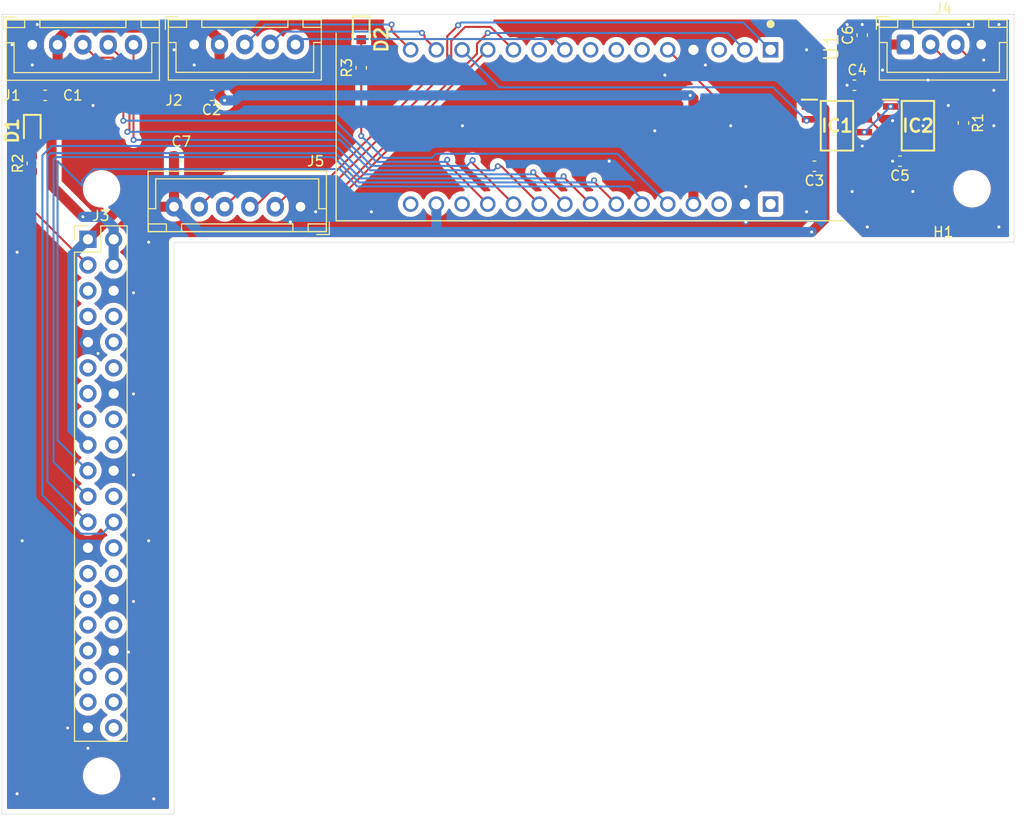
<source format=kicad_pcb>
(kicad_pcb (version 20240108) (generator "pcbnew") (generator_version "8.0")
  (layers (0 "F.Cu" signal) (31 "B.Cu" signal) (34 "B.Paste" user) (35 "F.Paste" user) (36 "B.SilkS" user "B.Silkscreen") (37 "F.SilkS" user "F.Silkscreen") (38 "B.Mask" user) (39 "F.Mask" user) (44 "Edge.Cuts" user))
  (net 0 "")
  (net 1 "GND")
  (net 2 "+5V")
  (net 3 "+3.3V")
  (net 4 "enc_R_B")
  (net 5 "+5VP")
  (net 6 "GNDPWR")
  (net 7 "CAN_RX_PWR")
  (net 8 "CAN_RX")
  (net 9 "enc_R_Z")
  (net 10 "CAN_TX_PWR")
  (net 11 "enc_L_B")
  (net 12 "CAN_TX")
  (net 13 "enc_L_A")
  (net 14 "enc_R_A")
  (net 15 "enc_L_Z")
  (net 16 "STATE_LED")
  (net 18 "/CAN_L")
  (net 19 "/CAN_H")
  (net 26 "SPI0_MISO")
  (net 34 "SPI0_SCK")
  (net 36 "SPI0_CS0")
  (net 38 "Net-(D1-A)")
  (net 39 "SPI0_MOSI")
  (net 42 "JETSON_STATE_LED")
  (net 49 "PWM_L")
  (net 50 "DIR_R")
  (net 51 "DIR_L")
  (net 52 "PWM_R")
  (net 53 "Net-(D2-A)")
  (footprint "MDC:LEDC1608X90N" (layer "F.Cu") (at 53 61.475 -90)
    (property "Reference" "D1" (at 0.025 2 90) (layer "F.SilkS") (effects (font (size 1.27 1.27) (thickness 0.254))))
    (property "Value" "STATE" (hide yes))
    (pad "1" smd rect (at -0.75 0 270) (size 0.9 0.95) (layers "F.Cu" "F.Paste" "F.Mask") (net 1 "GND"))
    (pad "2" smd rect (at 0.75 0 270) (size 0.9 0.95) (layers "F.Cu" "F.Paste" "F.Mask") (net 38 "Net-(D1-A)"))
  )
  (footprint "Capacitor_SMD:C_0603_1608Metric" (layer "F.Cu") (at 53 64.725 90)
    (property "Reference" "R2" (at 0 -1.43 -90) (layer "F.SilkS"))
    (property "Value" "120")
    (pad "1" smd roundrect (at -0.775 0 90) (size 0.9 0.95) (layers "F.Cu" "F.Paste" "F.Mask") (net 42 "JETSON_STATE_LED"))
    (pad "2" smd roundrect (at 0.775 0 90) (size 0.9 0.95) (layers "F.Cu" "F.Paste" "F.Mask") (net 38 "Net-(D1-A)"))
  )
  (footprint "Capacitor_SMD:C_0603_1608Metric" (layer "F.Cu") (at 67.725 64)
    (property "Reference" "C7" (at 0 -1.43 0) (layer "F.SilkS"))
    (property "Value" "10u")
    (pad "1" smd roundrect (at -0.775 0) (size 0.9 0.95) (layers "F.Cu" "F.Paste" "F.Mask") (net 3 "+3.3V"))
    (pad "2" smd roundrect (at 0.775 0) (size 0.9 0.95) (layers "F.Cu" "F.Paste" "F.Mask") (net 1 "GND"))
  )
  (footprint "Capacitor_SMD:C_0603_1608Metric" (layer "F.Cu") (at 70.725 58 180)
    (property "Reference" "C2" (at 0 -1.43 180) (layer "F.SilkS"))
    (property "Value" "10u")
    (pad "1" smd roundrect (at -0.775 0 180) (size 0.9 0.95) (layers "F.Cu" "F.Paste" "F.Mask") (net 2 "+5V"))
    (pad "2" smd roundrect (at 0.775 0 180) (size 0.9 0.95) (layers "F.Cu" "F.Paste" "F.Mask") (net 1 "GND"))
  )
  (footprint "MDC:LEDC1608X90N" (layer "F.Cu") (at 85.5 51.75 -90)
    (property "Reference" "D2" (at 0.75 -2 90) (layer "F.SilkS") (effects (font (size 1.27 1.27) (thickness 0.254))))
    (property "Value" "STATE" (hide yes))
    (pad "1" smd rect (at -0.75 0 270) (size 0.9 0.95) (layers "F.Cu" "F.Paste" "F.Mask") (net 1 "GND"))
    (pad "2" smd rect (at 0.75 0 270) (size 0.9 0.95) (layers "F.Cu" "F.Paste" "F.Mask") (net 53 "Net-(D2-A)"))
  )
  (footprint "MountingHole:MountingHole_3.2mm_M3" (layer "F.Cu") (at 145.85 67.23)
    (property "Reference" "H1" (at -2.85 4.27 0) (layer "F.SilkS"))
    (property "Value" "MountingHole")
    (pad "" np_thru_hole circle (at 0 0) (size 3.2 3.2) (drill 3.2) (layers "*.Cu" "*.Mask"))
  )
  (footprint "Capacitor_SMD:C_0603_1608Metric" (layer "F.Cu") (at 138.725 64.5 180)
    (property "Reference" "C5" (at 0 -1.43 180) (layer "F.SilkS"))
    (property "Value" "0.1u")
    (pad "1" smd roundrect (at -0.775 0 180) (size 0.9 0.95) (layers "F.Cu" "F.Paste" "F.Mask") (net 5 "+5VP"))
    (pad "2" smd roundrect (at 0.775 0 180) (size 0.9 0.95) (layers "F.Cu" "F.Paste" "F.Mask") (net 6 "GNDPWR"))
  )
  (footprint "MDC:ADUM121N1BRZ" (layer "F.Cu") (at 132.5 61)
    (property "Reference" "IC1" (at 0 0 0) (layer "F.SilkS") (effects (font (size 1.27 1.27) (thickness 0.254))))
    (property "Value" "ADUM121N1BRZ" (hide yes))
    (pad "1" smd rect (at -2.712 -1.905 90) (size 0.65 1.525) (layers "F.Cu" "F.Paste" "F.Mask") (net 3 "+3.3V"))
    (pad "2" smd rect (at -2.712 -0.635 90) (size 0.65 1.525) (layers "F.Cu" "F.Paste" "F.Mask") (net 8 "CAN_RX"))
    (pad "3" smd rect (at -2.712 0.635 90) (size 0.65 1.525) (layers "F.Cu" "F.Paste" "F.Mask") (net 12 "CAN_TX"))
    (pad "4" smd rect (at -2.712 1.905 90) (size 0.65 1.525) (layers "F.Cu" "F.Paste" "F.Mask") (net 1 "GND"))
    (pad "5" smd rect (at 2.712 1.905 90) (size 0.65 1.525) (layers "F.Cu" "F.Paste" "F.Mask") (net 6 "GNDPWR"))
    (pad "6" smd rect (at 2.712 0.635 90) (size 0.65 1.525) (layers "F.Cu" "F.Paste" "F.Mask") (net 10 "CAN_TX_PWR"))
    (pad "7" smd rect (at 2.712 -0.635 90) (size 0.65 1.525) (layers "F.Cu" "F.Paste" "F.Mask") (net 7 "CAN_RX_PWR"))
    (pad "8" smd rect (at 2.712 -1.905 90) (size 0.65 1.525) (layers "F.Cu" "F.Paste" "F.Mask") (net 5 "+5VP"))
  )
  (footprint "Capacitor_SMD:C_0603_1608Metric" (layer "F.Cu") (at 135 52.05 90)
    (property "Reference" "C6" (at 0 -1.43 90) (layer "F.SilkS"))
    (property "Value" "10u")
    (pad "1" smd roundrect (at -0.775 0 90) (size 0.9 0.95) (layers "F.Cu" "F.Paste" "F.Mask") (net 5 "+5VP"))
    (pad "2" smd roundrect (at 0.775 0 90) (size 0.9 0.95) (layers "F.Cu" "F.Paste" "F.Mask") (net 6 "GNDPWR"))
  )
  (footprint "Capacitor_SMD:C_0603_1608Metric" (layer "F.Cu") (at 145 60.725 -90)
    (property "Reference" "R1" (at 0 -1.43 90) (layer "F.SilkS"))
    (property "Value" "120")
    (pad "1" smd roundrect (at -0.775 0 270) (size 0.9 0.95) (layers "F.Cu" "F.Paste" "F.Mask") (net 19 "/CAN_H"))
    (pad "2" smd roundrect (at 0.775 0 270) (size 0.9 0.95) (layers "F.Cu" "F.Paste" "F.Mask") (net 18 "/CAN_L"))
  )
  (footprint "Capacitor_SMD:C_0603_1608Metric" (layer "F.Cu") (at 85.5 55.275 90)
    (property "Reference" "R3" (at 0 -1.43 -90) (layer "F.SilkS"))
    (property "Value" "120")
    (pad "1" smd roundrect (at -0.775 0 90) (size 0.9 0.95) (layers "F.Cu" "F.Paste" "F.Mask") (net 16 "STATE_LED"))
    (pad "2" smd roundrect (at 0.775 0 90) (size 0.9 0.95) (layers "F.Cu" "F.Paste" "F.Mask") (net 53 "Net-(D2-A)"))
  )
  (footprint "Connector_JST:JST_XH_B5B-XH-A_1x05_P2.50mm_Vertical" (layer "F.Cu") (at 69 52.975)
    (property "Reference" "J2" (at -2 5.525 0) (layer "F.SilkS"))
    (property "Value" "ENC_R")
    (pad "1" thru_hole roundrect (at 0 0) (size 1.7 1.95) (drill 0.95) (layers "*.Cu" "*.Mask") (roundrect_rratio 0.147059) (net 1 "GND"))
    (pad "2" thru_hole oval (at 2.5 0) (size 1.7 1.95) (drill 0.95) (layers "*.Cu" "*.Mask") (net 2 "+5V"))
    (pad "3" thru_hole oval (at 5 0) (size 1.7 1.95) (drill 0.95) (layers "*.Cu" "*.Mask") (net 14 "enc_R_A"))
    (pad "4" thru_hole oval (at 7.5 0) (size 1.7 1.95) (drill 0.95) (layers "*.Cu" "*.Mask") (net 4 "enc_R_B"))
    (pad "5" thru_hole oval (at 10 0) (size 1.7 1.95) (drill 0.95) (layers "*.Cu" "*.Mask") (net 9 "enc_R_Z"))
  )
  (footprint "MDC:SOIC127P600X175-8N" (layer "F.Cu") (at 140.5 61)
    (property "Reference" "IC2" (at 0 0 0) (layer "F.SilkS") (effects (font (size 1.27 1.27) (thickness 0.254))))
    (property "Value" "MCP2551-E_SN" (hide yes))
    (pad "1" smd rect (at -2.7 -1.905 90) (size 0.65 1.5) (layers "F.Cu" "F.Paste" "F.Mask") (net 10 "CAN_TX_PWR"))
    (pad "2" smd rect (at -2.7 -0.635 90) (size 0.65 1.5) (layers "F.Cu" "F.Paste" "F.Mask") (net 6 "GNDPWR"))
    (pad "3" smd rect (at -2.7 0.635 90) (size 0.65 1.5) (layers "F.Cu" "F.Paste" "F.Mask") (net 5 "+5VP"))
    (pad "4" smd rect (at -2.7 1.905 90) (size 0.65 1.5) (layers "F.Cu" "F.Paste" "F.Mask") (net 7 "CAN_RX_PWR"))
    (pad "5" smd rect (at 2.7 1.905 90) (size 0.65 1.5) (layers "F.Cu" "F.Paste" "F.Mask"))
    (pad "6" smd rect (at 2.7 0.635 90) (size 0.65 1.5) (layers "F.Cu" "F.Paste" "F.Mask") (net 18 "/CAN_L"))
    (pad "7" smd rect (at 2.7 -0.635 90) (size 0.65 1.5) (layers "F.Cu" "F.Paste" "F.Mask") (net 19 "/CAN_H"))
    (pad "8" smd rect (at 2.7 -1.905 90) (size 0.65 1.5) (layers "F.Cu" "F.Paste" "F.Mask") (net 6 "GNDPWR"))
  )
  (footprint "MDC:NUCLEO-F303K8" (layer "F.Cu") (at 108.16 61.12 -90)
    (property "Reference" "U1" (at -7.88 -23.78 90) (layer "F.SilkS") (effects (font (size 1.402378 1.402378))))
    (property "Value" "NUCLEO-F303K8")
    (pad "3_1" thru_hole rect (at -7.62 -17.78 270) (size 1.53 1.53) (drill 1.02) (layers "*.Cu" "*.Mask") (net 49 "PWM_L"))
    (pad "3_2" thru_hole circle (at -7.62 -15.24 270) (size 1.53 1.53) (drill 1.02) (layers "*.Cu" "*.Mask") (net 52 "PWM_R"))
    (pad "3_3" thru_hole circle (at -7.62 -12.7 270) (size 1.53 1.53) (drill 1.02) (layers "*.Cu" "*.Mask"))
    (pad "3_4" thru_hole circle (at -7.62 -10.16 270) (size 1.53 1.53) (drill 1.02) (layers "*.Cu" "*.Mask") (net 1 "GND"))
    (pad "3_5" thru_hole circle (at -7.62 -7.62 270) (size 1.53 1.53) (drill 1.02) (layers "*.Cu" "*.Mask") (net 12 "CAN_TX"))
    (pad "3_6" thru_hole circle (at -7.62 -5.08 270) (size 1.53 1.53) (drill 1.02) (layers "*.Cu" "*.Mask"))
    (pad "3_7" thru_hole circle (at -7.62 -2.54 270) (size 1.53 1.53) (drill 1.02) (layers "*.Cu" "*.Mask"))
    (pad "3_8" thru_hole circle (at -7.62 0 270) (size 1.53 1.53) (drill 1.02) (layers "*.Cu" "*.Mask"))
    (pad "3_9" thru_hole circle (at -7.62 2.54 270) (size 1.53 1.53) (drill 1.02) (layers "*.Cu" "*.Mask") (net 9 "enc_R_Z"))
    (pad "3_10" thru_hole circle (at -7.62 5.08 270) (size 1.53 1.53) (drill 1.02) (layers "*.Cu" "*.Mask"))
    (pad "3_11" thru_hole circle (at -7.62 7.62 270) (size 1.53 1.53) (drill 1.02) (layers "*.Cu" "*.Mask") (net 51 "DIR_L"))
    (pad "3_12" thru_hole circle (at -7.62 10.16 270) (size 1.53 1.53) (drill 1.02) (layers "*.Cu" "*.Mask") (net 50 "DIR_R"))
    (pad "3_13" thru_hole circle (at -7.62 12.7 270) (size 1.53 1.53) (drill 1.02) (layers "*.Cu" "*.Mask") (net 8 "CAN_RX"))
    (pad "3_14" thru_hole circle (at -7.62 15.24 270) (size 1.53 1.53) (drill 1.02) (layers "*.Cu" "*.Mask") (net 4 "enc_R_B"))
    (pad "3_15" thru_hole circle (at -7.62 17.78 270) (size 1.53 1.53) (drill 1.02) (layers "*.Cu" "*.Mask") (net 14 "enc_R_A"))
    (pad "4_1" thru_hole rect (at 7.62 -17.78 270) (size 1.53 1.53) (drill 1.02) (layers "*.Cu" "*.Mask"))
    (pad "4_2" thru_hole circle (at 7.62 -15.24 270) (size 1.53 1.53) (drill 1.02) (layers "*.Cu" "*.Mask") (net 1 "GND"))
    (pad "4_3" thru_hole circle (at 7.62 -12.7 270) (size 1.53 1.53) (drill 1.02) (layers "*.Cu" "*.Mask"))
    (pad "4_4" thru_hole circle (at 7.62 -10.16 270) (size 1.53 1.53) (drill 1.02) (layers "*.Cu" "*.Mask") (net 2 "+5V"))
    (pad "4_5" thru_hole circle (at 7.62 -7.62 270) (size 1.53 1.53) (drill 1.02) (layers "*.Cu" "*.Mask") (net 16 "STATE_LED"))
    (pad "4_6" thru_hole circle (at 7.62 -5.08 270) (size 1.53 1.53) (drill 1.02) (layers "*.Cu" "*.Mask") (net 39 "SPI0_MOSI"))
    (pad "4_7" thru_hole circle (at 7.62 -2.54 270) (size 1.53 1.53) (drill 1.02) (layers "*.Cu" "*.Mask") (net 26 "SPI0_MISO"))
    (pad "4_8" thru_hole circle (at 7.62 0 270) (size 1.53 1.53) (drill 1.02) (layers "*.Cu" "*.Mask") (net 34 "SPI0_SCK"))
    (pad "4_9" thru_hole circle (at 7.62 2.54 270) (size 1.53 1.53) (drill 1.02) (layers "*.Cu" "*.Mask") (net 36 "SPI0_CS0"))
    (pad "4_10" thru_hole circle (at 7.62 5.08 270) (size 1.53 1.53) (drill 1.02) (layers "*.Cu" "*.Mask") (net 15 "enc_L_Z"))
    (pad "4_11" thru_hole circle (at 7.62 7.62 270) (size 1.53 1.53) (drill 1.02) (layers "*.Cu" "*.Mask") (net 11 "enc_L_B"))
    (pad "4_12" thru_hole circle (at 7.62 10.16 270) (size 1.53 1.53) (drill 1.02) (layers "*.Cu" "*.Mask") (net 13 "enc_L_A"))
    (pad "4_13" thru_hole circle (at 7.62 12.7 270) (size 1.53 1.53) (drill 1.02) (layers "*.Cu" "*.Mask"))
    (pad "4_14" thru_hole circle (at 7.62 15.24 270) (size 1.53 1.53) (drill 1.02) (layers "*.Cu" "*.Mask") (net 3 "+3.3V"))
    (pad "4_15" thru_hole circle (at 7.62 17.78 270) (size 1.53 1.53) (drill 1.02) (layers "*.Cu" "*.Mask"))
  )
  (footprint "Connector_PinHeader_2.54mm:PinHeader_2x20_P2.54mm_Vertical" (layer "F.Cu") (at 58.5 72.22)
    (property "Reference" "J3" (at 1.27 -2.33 0) (layer "F.SilkS"))
    (property "Value" "JetsonGPIO")
    (pad "1" thru_hole rect (at 0 0) (size 1.7 1.7) (drill 1) (layers "*.Cu" "*.Mask") (net 3 "+3.3V"))
    (pad "2" thru_hole oval (at 2.54 0) (size 1.7 1.7) (drill 1) (layers "*.Cu" "*.Mask") (net 2 "+5V"))
    (pad "3" thru_hole oval (at 0 2.54) (size 1.7 1.7) (drill 1) (layers "*.Cu" "*.Mask") (net 42 "JETSON_STATE_LED"))
    (pad "4" thru_hole oval (at 2.54 2.54) (size 1.7 1.7) (drill 1) (layers "*.Cu" "*.Mask") (net 2 "+5V"))
    (pad "5" thru_hole oval (at 0 5.08) (size 1.7 1.7) (drill 1) (layers "*.Cu" "*.Mask"))
    (pad "6" thru_hole oval (at 2.54 5.08) (size 1.7 1.7) (drill 1) (layers "*.Cu" "*.Mask") (net 1 "GND"))
    (pad "7" thru_hole oval (at 0 7.62) (size 1.7 1.7) (drill 1) (layers "*.Cu" "*.Mask"))
    (pad "8" thru_hole oval (at 2.54 7.62) (size 1.7 1.7) (drill 1) (layers "*.Cu" "*.Mask"))
    (pad "9" thru_hole oval (at 0 10.16) (size 1.7 1.7) (drill 1) (layers "*.Cu" "*.Mask") (net 1 "GND"))
    (pad "10" thru_hole oval (at 2.54 10.16) (size 1.7 1.7) (drill 1) (layers "*.Cu" "*.Mask"))
    (pad "11" thru_hole oval (at 0 12.7) (size 1.7 1.7) (drill 1) (layers "*.Cu" "*.Mask"))
    (pad "12" thru_hole oval (at 2.54 12.7) (size 1.7 1.7) (drill 1) (layers "*.Cu" "*.Mask"))
    (pad "13" thru_hole oval (at 0 15.24) (size 1.7 1.7) (drill 1) (layers "*.Cu" "*.Mask"))
    (pad "14" thru_hole oval (at 2.54 15.24) (size 1.7 1.7) (drill 1) (layers "*.Cu" "*.Mask") (net 1 "GND"))
    (pad "15" thru_hole oval (at 0 17.78) (size 1.7 1.7) (drill 1) (layers "*.Cu" "*.Mask"))
    (pad "16" thru_hole oval (at 2.54 17.78) (size 1.7 1.7) (drill 1) (layers "*.Cu" "*.Mask"))
    (pad "17" thru_hole oval (at 0 20.32) (size 1.7 1.7) (drill 1) (layers "*.Cu" "*.Mask") (net 3 "+3.3V"))
    (pad "18" thru_hole oval (at 2.54 20.32) (size 1.7 1.7) (drill 1) (layers "*.Cu" "*.Mask"))
    (pad "19" thru_hole oval (at 0 22.86) (size 1.7 1.7) (drill 1) (layers "*.Cu" "*.Mask") (net 39 "SPI0_MOSI"))
    (pad "20" thru_hole oval (at 2.54 22.86) (size 1.7 1.7) (drill 1) (layers "*.Cu" "*.Mask") (net 1 "GND"))
    (pad "21" thru_hole oval (at 0 25.4) (size 1.7 1.7) (drill 1) (layers "*.Cu" "*.Mask") (net 26 "SPI0_MISO"))
    (pad "22" thru_hole oval (at 2.54 25.4) (size 1.7 1.7) (drill 1) (layers "*.Cu" "*.Mask"))
    (pad "23" thru_hole oval (at 0 27.94) (size 1.7 1.7) (drill 1) (layers "*.Cu" "*.Mask") (net 34 "SPI0_SCK"))
    (pad "24" thru_hole oval (at 2.54 27.94) (size 1.7 1.7) (drill 1) (layers "*.Cu" "*.Mask") (net 36 "SPI0_CS0"))
    (pad "25" thru_hole oval (at 0 30.48) (size 1.7 1.7) (drill 1) (layers "*.Cu" "*.Mask") (net 1 "GND"))
    (pad "26" thru_hole oval (at 2.54 30.48) (size 1.7 1.7) (drill 1) (layers "*.Cu" "*.Mask"))
    (pad "27" thru_hole oval (at 0 33.02) (size 1.7 1.7) (drill 1) (layers "*.Cu" "*.Mask"))
    (pad "28" thru_hole oval (at 2.54 33.02) (size 1.7 1.7) (drill 1) (layers "*.Cu" "*.Mask"))
    (pad "29" thru_hole oval (at 0 35.56) (size 1.7 1.7) (drill 1) (layers "*.Cu" "*.Mask"))
    (pad "30" thru_hole oval (at 2.54 35.56) (size 1.7 1.7) (drill 1) (layers "*.Cu" "*.Mask") (net 1 "GND"))
    (pad "31" thru_hole oval (at 0 38.1) (size 1.7 1.7) (drill 1) (layers "*.Cu" "*.Mask"))
    (pad "32" thru_hole oval (at 2.54 38.1) (size 1.7 1.7) (drill 1) (layers "*.Cu" "*.Mask"))
    (pad "33" thru_hole oval (at 0 40.64) (size 1.7 1.7) (drill 1) (layers "*.Cu" "*.Mask"))
    (pad "34" thru_hole oval (at 2.54 40.64) (size 1.7 1.7) (drill 1) (layers "*.Cu" "*.Mask") (net 1 "GND"))
    (pad "35" thru_hole oval (at 0 43.18) (size 1.7 1.7) (drill 1) (layers "*.Cu" "*.Mask"))
    (pad "36" thru_hole oval (at 2.54 43.18) (size 1.7 1.7) (drill 1) (layers "*.Cu" "*.Mask"))
    (pad "37" thru_hole oval (at 0 45.72) (size 1.7 1.7) (drill 1) (layers "*.Cu" "*.Mask"))
    (pad "38" thru_hole oval (at 2.54 45.72) (size 1.7 1.7) (drill 1) (layers "*.Cu" "*.Mask"))
    (pad "39" thru_hole oval (at 0 48.26) (size 1.7 1.7) (drill 1) (layers "*.Cu" "*.Mask") (net 1 "GND"))
    (pad "40" thru_hole oval (at 2.54 48.26) (size 1.7 1.7) (drill 1) (layers "*.Cu" "*.Mask"))
  )
  (footprint "Connector_JST:JST_XH_B4B-XH-A_1x04_P2.50mm_Vertical" (layer "F.Cu") (at 139.25 52.975)
    (property "Reference" "J4" (at 3.75 -3.55 0) (layer "F.SilkS"))
    (property "Value" "Conn_01x04")
    (pad "1" thru_hole roundrect (at 0 0) (size 1.7 1.95) (drill 0.95) (layers "*.Cu" "*.Mask") (roundrect_rratio 0.147059) (net 5 "+5VP"))
    (pad "2" thru_hole oval (at 2.5 0) (size 1.7 1.95) (drill 0.95) (layers "*.Cu" "*.Mask") (net 19 "/CAN_H"))
    (pad "3" thru_hole oval (at 5 0) (size 1.7 1.95) (drill 0.95) (layers "*.Cu" "*.Mask") (net 18 "/CAN_L"))
    (pad "4" thru_hole oval (at 7.5 0) (size 1.7 1.95) (drill 0.95) (layers "*.Cu" "*.Mask") (net 6 "GNDPWR"))
  )
  (footprint "Connector_JST:JST_XH_B5B-XH-A_1x05_P2.50mm_Vertical" (layer "F.Cu") (at 53 53)
    (property "Reference" "J1" (at -2 5 0) (layer "F.SilkS"))
    (property "Value" "ENC_L")
    (pad "1" thru_hole roundrect (at 0 0) (size 1.7 1.95) (drill 0.95) (layers "*.Cu" "*.Mask") (roundrect_rratio 0.147059) (net 1 "GND"))
    (pad "2" thru_hole oval (at 2.5 0) (size 1.7 1.95) (drill 0.95) (layers "*.Cu" "*.Mask") (net 2 "+5V"))
    (pad "3" thru_hole oval (at 5 0) (size 1.7 1.95) (drill 0.95) (layers "*.Cu" "*.Mask") (net 13 "enc_L_A"))
    (pad "4" thru_hole oval (at 7.5 0) (size 1.7 1.95) (drill 0.95) (layers "*.Cu" "*.Mask") (net 11 "enc_L_B"))
    (pad "5" thru_hole oval (at 10 0) (size 1.7 1.95) (drill 0.95) (layers "*.Cu" "*.Mask") (net 15 "enc_L_Z"))
  )
  (footprint "MountingHole:MountingHole_3.2mm_M3" (layer "F.Cu") (at 59.85 67.23)
    (property "Reference" "H2" (hide yes))
    (property "Value" "MountingHole" (hide yes))
    (pad "" np_thru_hole circle (at 0 0) (size 3.2 3.2) (drill 3.2) (layers "*.Cu" "*.Mask"))
  )
  (footprint "Capacitor_SMD:C_0603_1608Metric" (layer "F.Cu") (at 134.225 57 180)
    (property "Reference" "C4" (at -0.275 1.5 180) (layer "F.SilkS"))
    (property "Value" "0.1u")
    (pad "1" smd roundrect (at -0.775 0 180) (size 0.9 0.95) (layers "F.Cu" "F.Paste" "F.Mask") (net 5 "+5VP"))
    (pad "2" smd roundrect (at 0.775 0 180) (size 0.9 0.95) (layers "F.Cu" "F.Paste" "F.Mask") (net 6 "GNDPWR"))
  )
  (footprint "Capacitor_SMD:C_0603_1608Metric" (layer "F.Cu") (at 130.275 65 180)
    (property "Reference" "C3" (at 0 -1.43 180) (layer "F.SilkS"))
    (property "Value" "0.1u")
    (pad "1" smd roundrect (at -0.775 0 180) (size 0.9 0.95) (layers "F.Cu" "F.Paste" "F.Mask") (net 3 "+3.3V"))
    (pad "2" smd roundrect (at 0.775 0 180) (size 0.9 0.95) (layers "F.Cu" "F.Paste" "F.Mask") (net 1 "GND"))
  )
  (footprint "Connector_JST:JST_XH_B6B-XH-A_1x06_P2.50mm_Vertical" (layer "F.Cu") (at 79.5 69 180)
    (property "Reference" "J5" (at -1.5 4.5 180) (layer "F.SilkS"))
    (property "Value" "MD")
    (pad "1" thru_hole roundrect (at 0 0 180) (size 1.7 1.95) (drill 0.95) (layers "*.Cu" "*.Mask") (roundrect_rratio 0.147059) (net 1 "GND"))
    (pad "2" thru_hole oval (at 2.5 0 180) (size 1.7 1.95) (drill 0.95) (layers "*.Cu" "*.Mask") (net 50 "DIR_R"))
    (pad "3" thru_hole oval (at 5 0 180) (size 1.7 1.95) (drill 0.95) (layers "*.Cu" "*.Mask") (net 52 "PWM_R"))
    (pad "4" thru_hole oval (at 7.5 0 180) (size 1.7 1.95) (drill 0.95) (layers "*.Cu" "*.Mask") (net 51 "DIR_L"))
    (pad "5" thru_hole oval (at 10 0 180) (size 1.7 1.95) (drill 0.95) (layers "*.Cu" "*.Mask") (net 49 "PWM_L"))
    (pad "6" thru_hole oval (at 12.5 0 180) (size 1.7 1.95) (drill 0.95) (layers "*.Cu" "*.Mask") (net 3 "+3.3V"))
  )
  (footprint "Capacitor_SMD:C_0603_1608Metric" (layer "F.Cu") (at 54.275 58 180)
    (property "Reference" "C1" (at -2.725 0 180) (layer "F.SilkS"))
    (property "Value" "10u")
    (pad "1" smd roundrect (at -0.775 0 180) (size 0.9 0.95) (layers "F.Cu" "F.Paste" "F.Mask") (net 2 "+5V"))
    (pad "2" smd roundrect (at 0.775 0 180) (size 0.9 0.95) (layers "F.Cu" "F.Paste" "F.Mask") (net 1 "GND"))
  )
  (footprint "MountingHole:MountingHole_3.2mm_M3" (layer "F.Cu") (at 59.85 125.23)
    (property "Reference" "H3" (hide yes))
    (property "Value" "MountingHole")
    (pad "" np_thru_hole circle (at 0 0) (size 3.2 3.2) (drill 3.2) (layers "*.Cu" "*.Mask"))
  )
  (gr_line (start 50 129) (end 67 129) (stroke (width 0.05)) (layer "Edge.Cuts"))
  (gr_line (start 50 50) (end 50 129) (stroke (width 0.05)) (layer "Edge.Cuts"))
  (gr_line (start 150 72.5) (end 67 72.5) (stroke (width 0.05)) (layer "Edge.Cuts"))
  (gr_line (start 50 50) (end 150 50) (stroke (width 0.05)) (layer "Edge.Cuts"))
  (gr_line (start 150 50) (end 150 72.5) (stroke (width 0.05)) (layer "Edge.Cuts"))
  (gr_line (start 67 72.5) (end 67 129) (stroke (width 0.05)) (layer "Edge.Cuts"))
  (via (at 64.5 102) (size 0.6) (drill 0.3) (layers "F.Cu" "B.Cu") (net 1))
  (via (at 129.5 53.5) (size 0.6) (drill 0.3) (layers "F.Cu" "B.Cu") (net 1))
  (via (at 51.5 73.5) (size 0.6) (drill 0.3) (layers "F.Cu" "B.Cu") (net 1))
  (via (at 53.5 51) (size 0.6) (drill 0.3) (layers "F.Cu" "B.Cu") (net 1))
  (via (at 59 59) (size 0.6) (drill 0.3) (layers "F.Cu" "B.Cu") (net 1))
  (via (at 52 102) (size 0.6) (drill 0.3) (layers "F.Cu" "B.Cu") (net 1))
  (via (at 58.5 122.5) (size 0.6) (drill 0.3) (layers "F.Cu" "B.Cu") (net 1))
  (via (at 51.5 127) (size 0.6) (drill 0.3) (layers "F.Cu" "B.Cu") (net 1))
  (via (at 122 61) (size 0.6) (drill 0.3) (layers "F.Cu" "B.Cu") (net 1))
  (via (at 63 108) (size 0.6) (drill 0.3) (layers "F.Cu" "B.Cu") (net 1))
  (via (at 63 95.5) (size 0.6) (drill 0.3) (layers "F.Cu" "B.Cu") (net 1))
  (via (at 129.5 69.5) (size 0.6) (drill 0.3) (layers "F.Cu" "B.Cu") (net 1))
  (via (at 62.5 113) (size 0.6) (drill 0.3) (layers "F.Cu" "B.Cu") (net 1))
  (via (at 63 87.5) (size 0.6) (drill 0.3) (layers "F.Cu" "B.Cu") (net 1))
  (via (at 51 53) (size 0.6) (drill 0.3) (layers "F.Cu" "B.Cu") (net 1))
  (via (at 65 127.5) (size 0.6) (drill 0.3) (layers "F.Cu" "B.Cu") (net 1))
  (via (at 95.5 61) (size 0.6) (drill 0.3) (layers "F.Cu" "B.Cu") (net 1))
  (via (at 63 77.5) (size 0.6) (drill 0.3) (layers "F.Cu" "B.Cu") (net 1))
  (via (at 53 55) (size 0.6) (drill 0.3) (layers "F.Cu" "B.Cu") (net 1))
  (via (at 64.5 72.5) (size 0.6) (drill 0.3) (layers "F.Cu" "B.Cu") (net 1))
  (via (at 110 64.5) (size 0.6) (drill 0.3) (layers "F.Cu" "B.Cu") (net 1))
  (via (at 114.5 61.5) (size 0.6) (drill 0.3) (layers "F.Cu" "B.Cu") (net 1))
  (via (at 86.5 69.5) (size 0.6) (drill 0.3) (layers "F.Cu" "B.Cu") (net 1))
  (via (at 67 53.5) (size 0.6) (drill 0.3) (layers "F.Cu" "B.Cu") (net 1))
  (via (at 56.5 120.5) (size 0.6) (drill 0.3) (layers "F.Cu" "B.Cu") (net 1))
  (via (at 115.5 56) (size 0.6) (drill 0.3) (layers "F.Cu" "B.Cu") (net 1))
  (via (at 123.5 70.5) (size 0.6) (drill 0.3) (layers "F.Cu" "B.Cu") (net 1))
  (via (at 123.5 67) (size 0.6) (drill 0.3) (layers "F.Cu" "B.Cu") (net 1))
  (via (at 81 69.5) (size 0.6) (drill 0.3) (layers "F.Cu" "B.Cu") (net 1))
  (via (at 78.5 70.5) (size 0.6) (drill 0.3) (layers "F.Cu" "B.Cu") (net 1))
  (via (at 69 55) (size 0.6) (drill 0.3) (layers "F.Cu" "B.Cu") (net 1))
  (via (at 119.5 55) (size 0.6) (drill 0.3) (layers "F.Cu" "B.Cu") (net 1))
  (via (at 59.5 83.5) (size 0.6) (drill 0.3) (layers "F.Cu" "B.Cu") (net 1))
  (segment (start 56.7 51.3) (end 70.3 51.3) (width 1) (layer "F.Cu") (net 2))
  (segment (start 55.5 53) (end 55.5 57.4) (width 1) (layer "F.Cu") (net 2))
  (segment (start 71.5 52.5) (end 71.5 52.975) (width 1) (layer "F.Cu") (net 2))
  (segment (start 55.5 57.4) (end 54.9 58) (width 1) (layer "F.Cu") (net 2))
  (segment (start 55.5 52.5) (end 56.7 51.3) (width 1) (layer "F.Cu") (net 2))
  (segment (start 70.3 51.3) (end 71.5 52.5) (width 1) (layer "F.Cu") (net 2))
  (segment (start 118.76 68.16) (end 118.76 68.74) (width 0.2) (layer "F.Cu") (net 2))
  (segment (start 118.32 58.32) (end 118 58) (width 1) (layer "F.Cu") (net 2))
  (segment (start 54.9 66.9) (end 58 70) (width 1) (layer "F.Cu") (net 2))
  (segment (start 54.9 58) (end 54.9 66.9) (width 1) (layer "F.Cu") (net 2))
  (segment (start 72 58.5) (end 71.5 58) (width 1) (layer "F.Cu") (net 2))
  (segment (start 71.5 58) (end 71.5 52.975) (width 1) (layer "F.Cu") (net 2))
  (segment (start 118.32 68.74) (end 118.32 58.32) (width 1) (layer "F.Cu") (net 2))
  (segment (start 55.5 53) (end 55.5 52.5) (width 1) (layer "F.Cu") (net 2))
  (via (at 118 58) (size 0.6) (drill 0.3) (layers "F.Cu" "B.Cu") (net 2))
  (via (at 58 70) (size 0.6) (drill 0.3) (layers "F.Cu" "B.Cu") (net 2))
  (via (at 72 58.5) (size 0.6) (drill 0.3) (layers "F.Cu" "B.Cu") (net 2))
  (segment (start 61.04 72.22) (end 61.04 74.76) (width 1) (layer "B.Cu") (net 2))
  (segment (start 60.022081 70) (end 61.04 71.017919) (width 1) (layer "B.Cu") (net 2))
  (segment (start 73.5 58) (end 118 58) (width 1) (layer "B.Cu") (net 2))
  (segment (start 58 70) (end 60.022081 70) (width 1) (layer "B.Cu") (net 2))
  (segment (start 61.04 71.017919) (end 61.04 72.22) (width 1) (layer "B.Cu") (net 2))
  (segment (start 72 58.5) (end 73 58.5) (width 1) (layer "B.Cu") (net 2))
  (segment (start 73 58.5) (end 73.5 58) (width 1) (layer "B.Cu") (net 2))
  (segment (start 61.72 69) (end 67 69) (width 1) (layer "F.Cu") (net 3))
  (segment (start 131.0055 59.095) (end 129.788 59.095) (width 1) (layer "F.Cu") (net 3))
  (segment (start 130 71.5) (end 131.2505 70.2495) (width 1) (layer "F.Cu") (net 3))
  (segment (start 131.2505 70.2495) (end 131.2505 59.34) (width 1) (layer "F.Cu") (net 3))
  (segment (start 131.2505 59.34) (end 131.0055 59.095) (width 1) (layer "F.Cu") (net 3))
  (segment (start 67 69) (end 67 64) (width 1) (layer "F.Cu") (net 3))
  (segment (start 58.5 72.22) (end 61.72 69) (width 1) (layer "F.Cu") (net 3))
  (via (at 130 71.5) (size 0.6) (drill 0.3) (layers "F.Cu" "B.Cu") (net 3))
  (segment (start 92.92 71.42) (end 93 71.5) (width 1) (layer "B.Cu") (net 3))
  (segment (start 67 69) (end 69.5 71.5) (width 1) (layer "B.Cu") (net 3))
  (segment (start 69.5 71.5) (end 93 71.5) (width 1) (layer "B.Cu") (net 3))
  (segment (start 93 71.5) (end 130 71.5) (width 1) (layer "B.Cu") (net 3))
  (segment (start 56.95 90.99) (end 58.5 92.54) (width 1) (layer "B.Cu") (net 3))
  (segment (start 58.5 72.22) (end 56.95 73.77) (width 1) (layer "B.Cu") (net 3))
  (segment (start 92.92 68.74) (end 92.92 71.42) (width 1) (layer "B.Cu") (net 3))
  (segment (start 56.95 73.77) (end 56.95 90.99) (width 1) (layer "B.Cu") (net 3))
  (segment (start 91.755 52.09) (end 91.755 52.335) (width 0.2) (layer "F.Cu") (net 4))
  (segment (start 91.755 52.335) (end 92.92 53.5) (width 0.2) (layer "F.Cu") (net 4))
  (segment (start 91.5 51.835) (end 91.755 52.09) (width 0.2) (layer "F.Cu") (net 4))
  (via (at 91.5 51.835) (size 0.6) (drill 0.3) (layers "F.Cu" "B.Cu") (net 4))
  (segment (start 91.5 51.835) (end 91.365 51.7) (width 0.2) (layer "B.Cu") (net 4))
  (segment (start 77.775 51.7) (end 76.5 52.975) (width 0.2) (layer "B.Cu") (net 4))
  (segment (start 91.365 51.7) (end 77.775 51.7) (width 0.2) (layer "B.Cu") (net 4))
  (segment (start 139.07 58.07) (end 139.25 58.25) (width 1) (layer "F.Cu") (net 5))
  (segment (start 139.25 61.25) (end 138.865 61.635) (width 1) (layer "F.Cu") (net 5))
  (segment (start 135.212 59.095) (end 136.237 58.07) (width 1) (layer "F.Cu") (net 5))
  (segment (start 139.25 58.25) (end 139.25 61.25) (width 1) (layer "F.Cu") (net 5))
  (segment (start 138.865 61.635) (end 137.8 61.635) (width 1) (layer "F.Cu") (net 5))
  (segment (start 139.5 62.13) (end 139.5 64.5) (width 1) (layer "F.Cu") (net 5))
  (segment (start 139.005 61.635) (end 139.5 62.13) (width 1) (layer "F.Cu") (net 5))
  (segment (start 136.237 58.07) (end 139.07 58.07) (width 1) (layer "F.Cu") (net 5))
  (segment (start 139.25 52.975) (end 135.025 52.975) (width 1) (layer "F.Cu") (net 5))
  (segment (start 135 53) (end 135 58.883) (width 1) (layer "F.Cu") (net 5))
  (segment (start 135 58.883) (end 135.212 59.095) (width 1) (layer "F.Cu") (net 5))
  (segment (start 137.8 61.635) (end 139.005 61.635) (width 1) (layer "F.Cu") (net 5))
  (segment (start 135.025 52.975) (end 135 53) (width 1) (layer "F.Cu") (net 5))
  (via (at 137 55.5) (size 0.6) (drill 0.3) (layers "F.Cu" "B.Cu") (net 6))
  (via (at 140 67.5) (size 0.6) (drill 0.3) (layers "F.Cu" "B.Cu") (net 6))
  (via (at 133.5 57) (size 0.6) (drill 0.3) (layers "F.Cu" "B.Cu") (net 6))
  (via (at 133.5 51) (size 0.6) (drill 0.3) (layers "F.Cu" "B.Cu") (net 6))
  (via (at 134 67.5) (size 0.6) (drill 0.3) (layers "F.Cu" "B.Cu") (net 6))
  (via (at 145.5 51) (size 0.6) (drill 0.3) (layers "F.Cu" "B.Cu") (net 6))
  (via (at 141.5 56.5) (size 0.6) (drill 0.3) (layers "F.Cu" "B.Cu") (net 6))
  (via (at 135 51) (size 0.6) (drill 0.3) (layers "F.Cu" "B.Cu") (net 6))
  (via (at 143.5 59) (size 0.6) (drill 0.3) (layers "F.Cu" "B.Cu") (net 6))
  (via (at 148 61) (size 0.6) (drill 0.3) (layers "F.Cu" "B.Cu") (net 6))
  (via (at 148.5 51) (size 0.6) (drill 0.3) (layers "F.Cu" "B.Cu") (net 6))
  (via (at 138 60.5) (size 0.6) (drill 0.3) (layers "F.Cu" "B.Cu") (net 6))
  (via (at 147 54.5) (size 0.6) (drill 0.3) (layers "F.Cu" "B.Cu") (net 6))
  (via (at 148 57.5) (size 0.6) (drill 0.3) (layers "F.Cu" "B.Cu") (net 6))
  (via (at 136.5 51) (size 0.6) (drill 0.3) (layers "F.Cu" "B.Cu") (net 6))
  (via (at 138 64.5) (size 0.6) (drill 0.3) (layers "F.Cu" "B.Cu") (net 6))
  (via (at 148.5 71) (size 0.6) (drill 0.3) (layers "F.Cu" "B.Cu") (net 6))
  (via (at 135.5 71) (size 0.6) (drill 0.3) (layers "F.Cu" "B.Cu") (net 6))
  (via (at 135 63) (size 0.6) (drill 0.3) (layers "F.Cu" "B.Cu") (net 6))
  (via (at 141 61) (size 0.6) (drill 0.3) (layers "F.Cu" "B.Cu") (net 6))
  (segment (start 137.405 62.905) (end 137.8 62.905) (width 0.2) (layer "F.Cu") (net 7))
  (segment (start 135.212 60.365) (end 135.6495 60.365) (width 0.2) (layer "F.Cu") (net 7))
  (segment (start 136.5 61.2155) (end 136.5 62) (width 0.2) (layer "F.Cu") (net 7))
  (segment (start 136.5 62) (end 137.405 62.905) (width 0.2) (layer "F.Cu") (net 7))
  (segment (start 135.6495 60.365) (end 136.5 61.2155) (width 0.2) (layer "F.Cu") (net 7))
  (via (at 129.5 60.5) (size 0.6) (drill 0.3) (layers "F.Cu" "B.Cu") (net 8))
  (segment (start 99.16 57.2) (end 126.2 57.2) (width 0.2) (layer "B.Cu") (net 8))
  (segment (start 126.2 57.2) (end 129.5 60.5) (width 0.2) (layer "B.Cu") (net 8))
  (segment (start 95.46 53.5) (end 99.16 57.2) (width 0.2) (layer "B.Cu") (net 8))
  (segment (start 79 52.975) (end 79.54 52.435) (width 0.2) (layer "B.Cu") (net 9))
  (segment (start 104.555 52.435) (end 105.62 53.5) (width 0.2) (layer "B.Cu") (net 9))
  (segment (start 79.54 52.435) (end 104.555 52.435) (width 0.2) (layer "B.Cu") (net 9))
  (via (at 137.8 59.095) (size 0.6) (drill 0.3) (layers "F.Cu" "B.Cu") (net 10))
  (via (at 135.212 61.635) (size 0.6) (drill 0.3) (layers "F.Cu" "B.Cu") (net 10))
  (segment (start 135.26 61.635) (end 135.212 61.635) (width 0.2) (layer "B.Cu") (net 10))
  (segment (start 137.8 59.095) (end 135.26 61.635) (width 0.2) (layer "B.Cu") (net 10))
  (segment (start 96.5 64.7) (end 100.54 68.74) (width 0.2) (layer "F.Cu") (net 11))
  (segment (start 62.6 56) (end 62.6 61.4) (width 0.2) (layer "F.Cu") (net 11))
  (segment (start 62.6 61.4) (end 62.4 61.6) (width 0.2) (layer "F.Cu") (net 11))
  (segment (start 96.5 64.4) (end 96.5 64.7) (width 0.2) (layer "F.Cu") (net 11))
  (segment (start 60.5 53) (end 62.6 55.1) (width 0.2) (layer "F.Cu") (net 11))
  (segment (start 62.6 55.1) (end 62.6 56) (width 0.2) (layer "F.Cu") (net 11))
  (via (at 96.5 64.4) (size 0.6) (drill 0.3) (layers "F.Cu" "B.Cu") (net 11))
  (via (at 62.4 61.6) (size 0.6) (drill 0.3) (layers "F.Cu" "B.Cu") (net 11))
  (segment (start 86.532843 64.967157) (end 95.932843 64.967157) (width 0.2) (layer "B.Cu") (net 11))
  (segment (start 83.165686 61.6) (end 86.532843 64.967157) (width 0.2) (layer "B.Cu") (net 11))
  (segment (start 62.4 61.6) (end 83.165686 61.6) (width 0.2) (layer "B.Cu") (net 11))
  (segment (start 95.932843 64.967157) (end 96.5 64.4) (width 0.2) (layer "B.Cu") (net 11))
  (segment (start 115.78 53.5) (end 123.915 61.635) (width 0.2) (layer "F.Cu") (net 12))
  (segment (start 123.915 61.635) (end 129.788 61.635) (width 0.2) (layer "F.Cu") (net 12))
  (segment (start 58 53) (end 59.275 54.275) (width 0.2) (layer "F.Cu") (net 13))
  (segment (start 60.976346 54.275) (end 62 55.298654) (width 0.2) (layer "F.Cu") (net 13))
  (segment (start 94 64.367157) (end 94 64.74) (width 0.2) (layer "F.Cu") (net 13))
  (segment (start 59.275 54.275) (end 60.976346 54.275) (width 0.2) (layer "F.Cu") (net 13))
  (segment (start 94 64.74) (end 98 68.74) (width 0.2) (layer "F.Cu") (net 13))
  (segment (start 62 55.298654) (end 62 60.5) (width 0.2) (layer "F.Cu") (net 13))
  (via (at 94 64.367157) (size 0.6) (drill 0.3) (layers "F.Cu" "B.Cu") (net 13))
  (via (at 62 60.5) (size 0.6) (drill 0.3) (layers "F.Cu" "B.Cu") (net 13))
  (segment (start 93.8 64.567157) (end 94 64.367157) (width 0.2) (layer "B.Cu") (net 13))
  (segment (start 82.932843 60.5) (end 87 64.567157) (width 0.2) (layer "B.Cu") (net 13))
  (segment (start 62 60.5) (end 82.932843 60.5) (width 0.2) (layer "B.Cu") (net 13))
  (segment (start 87 64.567157) (end 93.8 64.567157) (width 0.2) (layer "B.Cu") (net 13))
  (segment (start 88.5 51.62) (end 90.38 53.5) (width 0.2) (layer "F.Cu") (net 14))
  (segment (start 88.5 51) (end 88.5 51.62) (width 0.2) (layer "F.Cu") (net 14))
  (via (at 88.5 51) (size 0.6) (drill 0.3) (layers "F.Cu" "B.Cu") (net 14))
  (segment (start 75.975 51) (end 88.5 51) (width 0.2) (layer "B.Cu") (net 14))
  (segment (start 74 52.975) (end 75.975 51) (width 0.2) (layer "B.Cu") (net 14))
  (segment (start 63 53) (end 63 53.5) (width 0.2) (layer "F.Cu") (net 15))
  (segment (start 63 53.5) (end 63 62.4) (width 0.2) (layer "F.Cu") (net 15))
  (segment (start 99.34 65) (end 103.08 68.74) (width 0.2) (layer "F.Cu") (net 15))
  (segment (start 99 65) (end 99.34 65) (width 0.2) (layer "F.Cu") (net 15))
  (via (at 99 65) (size 0.6) (drill 0.3) (layers "F.Cu" "B.Cu") (net 15))
  (via (at 63 62.4) (size 0.6) (drill 0.3) (layers "F.Cu" "B.Cu") (net 15))
  (segment (start 86 65) (end 86.4 65.4) (width 0.2) (layer "B.Cu") (net 15))
  (segment (start 86.4 65.4) (end 98.6 65.4) (width 0.2) (layer "B.Cu") (net 15))
  (segment (start 63 62.4) (end 83.4 62.4) (width 0.2) (layer "B.Cu") (net 15))
  (segment (start 98.6 65.4) (end 99 65) (width 0.2) (layer "B.Cu") (net 15))
  (segment (start 83.4 62.4) (end 86 65) (width 0.2) (layer "B.Cu") (net 15))
  (segment (start 85.5 56.05) (end 85.5 62) (width 0.2) (layer "F.Cu") (net 16))
  (via (at 85.5 62) (size 0.6) (drill 0.3) (layers "F.Cu" "B.Cu") (net 16))
  (segment (start 92.9 63.767157) (end 110.807157 63.767157) (width 0.2) (layer "B.Cu") (net 16))
  (segment (start 110.807157 63.767157) (end 115.78 68.74) (width 0.2) (layer "B.Cu") (net 16))
  (segment (start 87.667157 64.167157) (end 92.5 64.167157) (width 0.2) (layer "B.Cu") (net 16))
  (segment (start 85.5 62) (end 87.667157 64.167157) (width 0.2) (layer "B.Cu") (net 16))
  (segment (start 92.5 64.167157) (end 92.9 63.767157) (width 0.2) (layer "B.Cu") (net 16))
  (segment (start 145.775 60.725) (end 145 61.5) (width 0.2) (layer "F.Cu") (net 18))
  (segment (start 143.335 61.5) (end 143.2 61.635) (width 0.2) (layer "F.Cu") (net 18))
  (segment (start 144.25 52.975) (end 145.775 54.5) (width 0.2) (layer "F.Cu") (net 18))
  (segment (start 145 61.5) (end 143.335 61.5) (width 0.2) (layer "F.Cu") (net 18))
  (segment (start 145.775 54.5) (end 145.775 60.725) (width 0.2) (layer "F.Cu") (net 18))
  (segment (start 141.75 52.975) (end 145 56.225) (width 0.2) (layer "F.Cu") (net 19))
  (segment (start 143.615 59.95) (end 143.2 60.365) (width 0.2) (layer "F.Cu") (net 19))
  (segment (start 145 59.95) (end 143.615 59.95) (width 0.2) (layer "F.Cu") (net 19))
  (segment (start 145 56.225) (end 145 59.95) (width 0.2) (layer "F.Cu") (net 19))
  (segment (start 108.5 66.54) (end 110.7 68.74) (width 0.2) (layer "F.Cu") (net 26))
  (segment (start 108.5 66.4) (end 108.5 66.54) (width 0.2) (layer "F.Cu") (net 26))
  (via (at 108.5 66.4) (size 0.6) (drill 0.3) (layers "F.Cu" "B.Cu") (net 26))
  (segment (start 55.334314 64.1) (end 55.1 64.334314) (width 0.2) (layer "B.Cu") (net 26))
  (segment (start 55.1 94.22) (end 58.5 97.62) (width 0.2) (layer "B.Cu") (net 26))
  (segment (start 55.1 64.334314) (end 55.1 94.22) (width 0.2) (layer "B.Cu") (net 26))
  (segment (start 82.77543 64.1) (end 55.334314 64.1) (width 0.2) (layer "B.Cu") (net 26))
  (segment (start 108.5 66.4) (end 108.3 66.6) (width 0.2) (layer "B.Cu") (net 26))
  (segment (start 108.3 66.6) (end 85.27543 66.6) (width 0.2) (layer "B.Cu") (net 26))
  (segment (start 85.27543 66.6) (end 82.77543 64.1) (width 0.2) (layer "B.Cu") (net 26))
  (segment (start 105.5 66.08) (end 108.16 68.74) (width 0.2) (layer "F.Cu") (net 34))
  (segment (start 105.5 66) (end 105.5 66.08) (width 0.2) (layer "F.Cu") (net 34))
  (via (at 105.5 66) (size 0.6) (drill 0.3) (layers "F.Cu" "B.Cu") (net 34))
  (segment (start 105.3 66.2) (end 105.5 66) (width 0.2) (layer "B.Cu") (net 34))
  (segment (start 54.8 63.7) (end 54.5 64) (width 0.2) (layer "B.Cu") (net 34))
  (segment (start 54.5 64) (end 54.5 96.16) (width 0.2) (layer "B.Cu") (net 34))
  (segment (start 85.441116 66.2) (end 82.941116 63.7) (width 0.2) (layer "B.Cu") (net 34))
  (segment (start 82.941116 63.7) (end 54.8 63.7) (width 0.2) (layer "B.Cu") (net 34))
  (segment (start 85.441116 66.2) (end 105.3 66.2) (width 0.2) (layer "B.Cu") (net 34))
  (segment (start 54.5 96.16) (end 58.5 100.16) (width 0.2) (layer "B.Cu") (net 34))
  (segment (start 102.5 65.6) (end 102.5 65.62) (width 0.2) (layer "F.Cu") (net 36))
  (segment (start 102.5 65.62) (end 105.62 68.74) (width 0.2) (layer "F.Cu") (net 36))
  (via (at 102.5 65.6) (size 0.6) (drill 0.3) (layers "F.Cu" "B.Cu") (net 36))
  (segment (start 54 63.934314) (end 54 97.5) (width 0.2) (layer "B.Cu") (net 36))
  (segment (start 54 97.5) (end 57.81 101.31) (width 0.2) (layer "B.Cu") (net 36))
  (segment (start 57.81 101.31) (end 59.89 101.31) (width 0.2) (layer "B.Cu") (net 36))
  (segment (start 54.934314 63) (end 54 63.934314) (width 0.2) (layer "B.Cu") (net 36))
  (segment (start 102.5 65.6) (end 102.3 65.8) (width 0.2) (layer "B.Cu") (net 36))
  (segment (start 83 63) (end 54.934314 63) (width 0.2) (layer "B.Cu") (net 36))
  (segment (start 102.3 65.8) (end 85.8 65.8) (width 0.2) (layer "B.Cu") (net 36))
  (segment (start 59.89 101.31) (end 61.04 100.16) (width 0.2) (layer "B.Cu") (net 36))
  (segment (start 85.8 65.8) (end 83 63) (width 0.2) (layer "B.Cu") (net 36))
  (segment (start 53 63.95) (end 53 62.225) (width 0.2) (layer "F.Cu") (net 38))
  (segment (start 85.109744 67) (end 112 67) (width 0.2) (layer "B.Cu") (net 39))
  (segment (start 57.9 66.422284) (end 59.042284 65.28) (width 0.2) (layer "B.Cu") (net 39))
  (segment (start 58.5 95.08) (end 55.5 92.08) (width 0.2) (layer "B.Cu") (net 39))
  (segment (start 112 67) (end 113.24 68.24) (width 0.2) (layer "B.Cu") (net 39))
  (segment (start 55.5 92.08) (end 55.5 64.5) (width 0.2) (layer "B.Cu") (net 39))
  (segment (start 59.042284 65.28) (end 83.389744 65.28) (width 0.2) (layer "B.Cu") (net 39))
  (segment (start 57.9 66.9) (end 57.9 66.422284) (width 0.2) (layer "B.Cu") (net 39))
  (segment (start 113.24 68.24) (end 113.24 68.74) (width 0.2) (layer "B.Cu") (net 39))
  (segment (start 55.5 64.5) (end 57.9 66.9) (width 0.2) (layer "B.Cu") (net 39))
  (segment (start 83.389744 65.28) (end 85.109744 67) (width 0.2) (layer "B.Cu") (net 39))
  (segment (start 53 65.5) (end 53 69.26) (width 0.2) (layer "F.Cu") (net 42))
  (segment (start 53 69.26) (end 58.5 74.76) (width 0.2) (layer "F.Cu") (net 42))
  (segment (start 93.995 52.156798) (end 93.995 54.505) (width 0.2) (layer "F.Cu") (net 49))
  (segment (start 82.5 66) (end 72.5 66) (width 0.2) (layer "F.Cu") (net 49))
  (segment (start 93.995 54.505) (end 82.5 66) (width 0.2) (layer "F.Cu") (net 49))
  (segment (start 72.5 66) (end 69.5 69) (width 0.2) (layer "F.Cu") (net 49))
  (segment (start 95.075899 51.075899) (end 93.995 52.156798) (width 0.2) (layer "F.Cu") (net 49))
  (via (at 95.075899 51.075899) (size 0.6) (drill 0.3) (layers "F.Cu" "B.Cu") (net 49))
  (segment (start 95.352654 50.799144) (end 123.239144 50.799144) (width 0.2) (layer "B.Cu") (net 49))
  (segment (start 95.075899 51.075899) (end 95.352654 50.799144) (width 0.2) (layer "B.Cu") (net 49))
  (segment (start 123.239144 50.799144) (end 125.94 53.5) (width 0.2) (layer "B.Cu") (net 49))
  (segment (start 77 69) (end 78.275 67.725) (width 0.2) (layer "F.Cu") (net 50))
  (segment (start 78.275 67.725) (end 83.775 67.725) (width 0.2) (layer "F.Cu") (net 50))
  (segment (start 83.775 67.725) (end 98 53.5) (width 0.2) (layer "F.Cu") (net 50))
  (segment (start 94.395 55.105) (end 94.395 52.605) (width 0.2) (layer "F.Cu") (net 51))
  (segment (start 74.5 66.5) (end 83 66.5) (width 0.2) (layer "F.Cu") (net 51))
  (segment (start 94.395 52.605) (end 95.765 51.235) (width 0.2) (layer "F.Cu") (net 51))
  (segment (start 95.765 51.235) (end 98.275 51.235) (width 0.2) (layer "F.Cu") (net 51))
  (segment (start 72 69) (end 74.5 66.5) (width 0.2) (layer "F.Cu") (net 51))
  (segment (start 98.275 51.235) (end 100.54 53.5) (width 0.2) (layer "F.Cu") (net 51))
  (segment (start 83 66.5) (end 94.395 55.105) (width 0.2) (layer "F.Cu") (net 51))
  (segment (start 96.935 52.9) (end 98 51.835) (width 0.2) (layer "F.Cu") (net 52))
  (segment (start 75 69) (end 76.675 67.325) (width 0.2) (layer "F.Cu") (net 52))
  (segment (start 96.935 53.89) (end 96.935 52.9) (width 0.2) (layer "F.Cu") (net 52))
  (segment (start 83.5 67.325) (end 96.935 53.89) (width 0.2) (layer "F.Cu") (net 52))
  (segment (start 76.675 67.325) (end 83.5 67.325) (width 0.2) (layer "F.Cu") (net 52))
  (segment (start 74.5 69) (end 75 69) (width 0.2) (layer "F.Cu") (net 52))
  (via (at 98 51.835) (size 0.6) (drill 0.3) (layers "F.Cu" "B.Cu") (net 52))
  (segment (start 98 51.835) (end 121.735 51.835) (width 0.2) (layer "B.Cu") (net 52))
  (segment (start 121.735 51.835) (end 123.4 53.5) (width 0.2) (layer "B.Cu") (net 52))
  (segment (start 85.5 54.5) (end 85.5 52.5) (width 0.2) (layer "F.Cu") (net 53))
  (zone (net 6) (net_name "GNDPWR") (layers "F&B.Cu") (connect_pads yes (clearance 0.5)) (min_thickness 0.25) (fill yes (thermal_gap 0.5) (thermal_bridge_width 0.5))
    (polygon (pts (xy 150 50) (xy 134 50) (xy 132.5 51.5) (xy 132.5 69.5) (xy 135.5 72.5) (xy 150 72.5)))
  )
  (zone (net 1) (net_name "GND") (layers "F&B.Cu") (priority 1) (connect_pads yes (clearance 0.5)) (min_thickness 0.25) (fill yes (thermal_gap 0.5) (thermal_bridge_width 0.5))
    (polygon (pts (xy 67 129) (xy 50 129) (xy 50 50) (xy 128 50) (xy 131.5 53.5) (xy 131.5 70.5) (xy 129.5 72.5) (xy 67 72.5)))
  )
)
</source>
